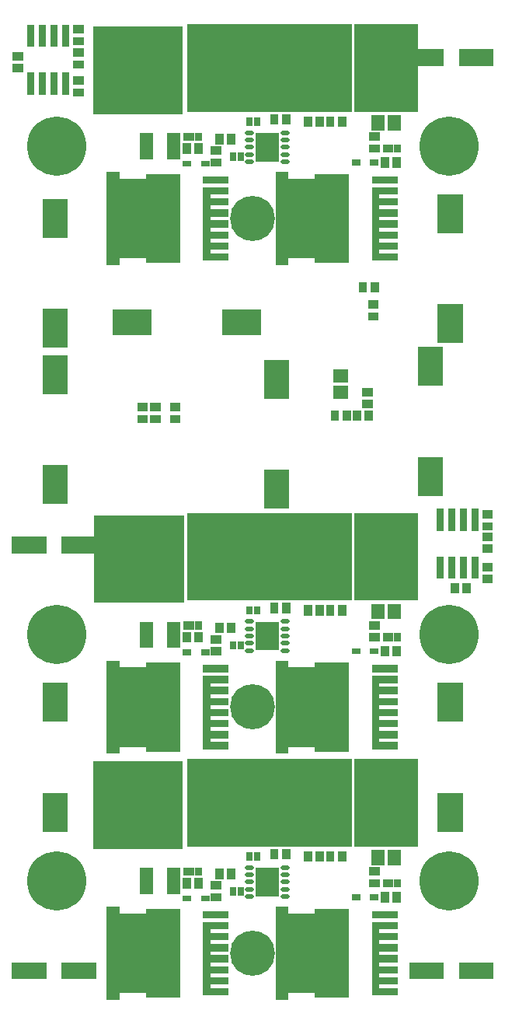
<source format=gbr>
G04 start of page 9 for group -4062 idx -4062 *
G04 Title: fet12, soldermask *
G04 Creator: pcb 20140316 *
G04 CreationDate: Thu 12 Apr 2018 01:23:09 AM GMT UTC *
G04 For: brian *
G04 Format: Gerber/RS-274X *
G04 PCB-Dimensions (mil): 6000.00 5000.00 *
G04 PCB-Coordinate-Origin: lower left *
%MOIN*%
%FSLAX25Y25*%
%LNBOTTOMMASK*%
%ADD186R,0.2760X0.2760*%
%ADD185C,0.0001*%
%ADD184R,0.1024X0.1024*%
%ADD183C,0.0209*%
%ADD182R,0.0257X0.0257*%
%ADD181R,0.3760X0.3760*%
%ADD180R,0.0728X0.0728*%
%ADD179R,0.0300X0.0300*%
%ADD178R,0.0240X0.0240*%
%ADD177R,0.0295X0.0295*%
%ADD176R,0.0354X0.0354*%
%ADD175R,0.0572X0.0572*%
%ADD174R,0.1457X0.1457*%
%ADD173R,0.1142X0.1142*%
%ADD172R,0.0551X0.0551*%
%ADD171R,0.0276X0.0276*%
%ADD170R,0.0315X0.0315*%
%ADD169R,0.0100X0.0100*%
%ADD168R,0.0355X0.0355*%
%ADD167C,0.0394*%
%ADD166R,0.1074X0.1074*%
%ADD165C,0.1930*%
%ADD164C,0.2540*%
%ADD163C,0.0010*%
G54D163*X228095Y175173D03*
Y170449D03*
Y165724D03*
X232819Y175173D03*
Y170449D03*
Y165724D03*
X237544Y175173D03*
Y170449D03*
Y165724D03*
X242268Y175173D03*
Y170449D03*
Y165724D03*
Y161000D03*
X246992D03*
X242268Y156276D03*
X246992D03*
Y175173D03*
Y170449D03*
Y165724D03*
X228095Y161000D03*
X232819D03*
X237544D03*
X228095Y156276D03*
X232819D03*
X237544D03*
X228095Y151551D03*
X232819D03*
X237544D03*
X228095Y146827D03*
X232819D03*
X237544D03*
X242268Y151551D03*
X246992D03*
X242268Y146827D03*
X246992D03*
X228095Y208327D03*
Y213051D03*
Y217776D03*
Y222500D03*
X232819Y208327D03*
X237544D03*
X242268D03*
G54D164*X201000Y192000D03*
G54D163*X232819Y213051D03*
Y217776D03*
Y222500D03*
X237544Y213051D03*
Y217776D03*
Y222500D03*
X242268Y213051D03*
Y217776D03*
Y222500D03*
X246992Y208327D03*
Y213051D03*
Y217776D03*
Y222500D03*
X228095Y227224D03*
X232819D03*
X237544D03*
X228095Y231949D03*
X232819D03*
X237544D03*
X228095Y236673D03*
X232819D03*
X237544D03*
X242268Y227224D03*
X246992D03*
X242268Y231949D03*
X246992D03*
X242268Y236673D03*
X246992D03*
X300595Y208327D03*
Y213051D03*
Y217776D03*
Y222500D03*
Y227224D03*
Y231949D03*
X305319Y213051D03*
X310044D03*
X314768D03*
X319492D03*
Y217776D03*
Y222500D03*
Y227224D03*
Y231949D03*
Y236673D03*
X300595D03*
X305319D03*
X310044D03*
X305319Y217776D03*
X310044D03*
Y222500D03*
Y227224D03*
Y231949D03*
X305319Y222500D03*
Y227224D03*
Y231949D03*
X314768Y217776D03*
Y222500D03*
Y227224D03*
Y231949D03*
Y236673D03*
G54D165*X285000Y222500D03*
G54D163*X300595Y175173D03*
X305319D03*
X310044D03*
X314768D03*
X300595Y170449D03*
X305319D03*
X310044D03*
X314768D03*
X300595Y165724D03*
X305319D03*
X310044D03*
X314768D03*
X319492Y175173D03*
Y170449D03*
Y165724D03*
X300595Y161000D03*
X305319D03*
X310044D03*
X314768D03*
G54D165*X285000D03*
G54D163*X300595Y156276D03*
X305319D03*
X310044D03*
X314768D03*
X300595Y151551D03*
Y146827D03*
X305319Y151551D03*
Y146827D03*
X310044Y151551D03*
Y146827D03*
X314768Y151551D03*
Y146827D03*
X319492Y161000D03*
Y156276D03*
Y151551D03*
Y146827D03*
X305319Y208327D03*
X310044D03*
X314768D03*
X319492D03*
X317500Y192500D03*
X320453Y195453D03*
Y189547D03*
X314547Y195453D03*
Y189547D03*
X291500Y191500D03*
X294453Y188547D03*
Y194453D03*
X288547D03*
Y188547D03*
G54D164*X369500Y192000D03*
G54D163*X228095Y50776D03*
X232819D03*
X237544D03*
X228095Y46051D03*
X232819D03*
X237544D03*
X228095Y41327D03*
X232819D03*
X237544D03*
X242268Y50776D03*
X246992D03*
X242268Y46051D03*
X246992D03*
X242268Y41327D03*
X246992D03*
X228095Y69673D03*
Y64949D03*
Y60224D03*
Y55500D03*
X232819Y69673D03*
X237544D03*
X242268D03*
G54D164*X201000Y86500D03*
G54D163*X232819Y64949D03*
Y60224D03*
Y55500D03*
X237544Y64949D03*
Y60224D03*
Y55500D03*
X242268Y64949D03*
Y60224D03*
Y55500D03*
X246992Y69673D03*
Y64949D03*
Y60224D03*
Y55500D03*
X228095Y102827D03*
Y107551D03*
Y112276D03*
X232819Y102827D03*
Y107551D03*
Y112276D03*
X237544Y102827D03*
Y107551D03*
Y112276D03*
X242268Y102827D03*
Y107551D03*
Y112276D03*
Y117000D03*
X246992D03*
X242268Y121724D03*
X246992D03*
Y102827D03*
Y107551D03*
Y112276D03*
X228095Y117000D03*
X232819D03*
X237544D03*
X228095Y121724D03*
X232819D03*
X237544D03*
X228095Y126449D03*
X232819D03*
X237544D03*
X228095Y131173D03*
X232819D03*
X237544D03*
X242268Y126449D03*
X246992D03*
X242268Y131173D03*
X246992D03*
X300595Y102827D03*
Y107551D03*
Y112276D03*
G54D165*X285000Y117000D03*
G54D163*X305319Y102827D03*
Y107551D03*
Y112276D03*
X310044Y102827D03*
Y107551D03*
Y112276D03*
X314768Y102827D03*
Y107551D03*
Y112276D03*
Y117000D03*
X319492D03*
X314768Y121724D03*
X319492D03*
Y102827D03*
Y107551D03*
Y112276D03*
X300595Y117000D03*
X305319D03*
X310044D03*
X300595Y121724D03*
X305319D03*
X310044D03*
X300595Y126449D03*
X305319D03*
X310044D03*
X300595Y131173D03*
X305319D03*
X310044D03*
X314768Y126449D03*
X319492D03*
X314768Y131173D03*
X319492D03*
X300595Y50776D03*
X305319D03*
X310044D03*
X300595Y46051D03*
X305319D03*
X310044D03*
X300595Y41327D03*
X305319D03*
X310044D03*
X314768Y50776D03*
X319492D03*
X314768Y46051D03*
X319492D03*
X314768Y41327D03*
X319492D03*
X300595Y69673D03*
Y64949D03*
Y60224D03*
Y55500D03*
X305319Y69673D03*
X310044D03*
X314768D03*
X305319Y64949D03*
Y60224D03*
Y55500D03*
G54D165*X285000D03*
G54D163*X310044Y64949D03*
Y60224D03*
Y55500D03*
X314768Y64949D03*
Y60224D03*
Y55500D03*
X319492Y69673D03*
Y64949D03*
Y60224D03*
Y55500D03*
X317500Y87000D03*
X320453Y89953D03*
Y84047D03*
X314547Y89953D03*
Y84047D03*
G54D164*X369500Y86500D03*
G54D163*X291500Y86000D03*
X294453Y83047D03*
Y88953D03*
X288547Y83047D03*
Y88953D03*
X228095Y436724D03*
X232819D03*
X237544D03*
X228095Y441449D03*
X232819D03*
X237544D03*
X228095Y446173D03*
X232819D03*
X237544D03*
X242268Y436724D03*
X246992D03*
X242268Y441449D03*
X246992D03*
X242268Y446173D03*
X246992D03*
X300595Y417827D03*
Y422551D03*
Y427276D03*
Y432000D03*
Y436724D03*
Y441449D03*
X305319Y422551D03*
X310044D03*
X314768D03*
X319492D03*
Y427276D03*
Y432000D03*
Y436724D03*
Y441449D03*
Y446173D03*
X300595D03*
X305319D03*
X310044D03*
X305319Y427276D03*
X310044D03*
Y432000D03*
Y436724D03*
Y441449D03*
X305319Y432000D03*
Y436724D03*
Y441449D03*
X314768Y427276D03*
Y432000D03*
Y436724D03*
Y441449D03*
Y446173D03*
G54D165*X285000Y432000D03*
G54D163*X228095Y384673D03*
Y379949D03*
Y375224D03*
X232819Y384673D03*
X237544D03*
X242268D03*
X232819Y379949D03*
X237544D03*
X242268D03*
X246992Y384673D03*
Y379949D03*
Y375224D03*
Y370500D03*
Y365776D03*
X228095Y370500D03*
Y365776D03*
Y361051D03*
Y356327D03*
X232819Y375224D03*
X237544D03*
Y370500D03*
Y365776D03*
Y361051D03*
Y356327D03*
X232819Y370500D03*
Y365776D03*
Y361051D03*
Y356327D03*
X242268Y375224D03*
Y370500D03*
Y365776D03*
Y361051D03*
Y356327D03*
X246992D03*
Y361051D03*
X228095Y417827D03*
Y422551D03*
Y427276D03*
Y432000D03*
X232819Y417827D03*
X237544D03*
X242268D03*
G54D164*X201000Y401500D03*
G54D163*X232819Y422551D03*
Y427276D03*
Y432000D03*
X237544Y422551D03*
Y427276D03*
Y432000D03*
X242268Y422551D03*
Y427276D03*
Y432000D03*
X246992Y417827D03*
Y422551D03*
Y427276D03*
Y432000D03*
X300595Y384673D03*
X305319D03*
X310044D03*
X314768D03*
X300595Y379949D03*
X305319D03*
X310044D03*
X314768D03*
X300595Y375224D03*
X305319D03*
X310044D03*
X314768D03*
X319492Y384673D03*
Y379949D03*
Y375224D03*
X300595Y370500D03*
X305319D03*
X310044D03*
X314768D03*
G54D165*X285000D03*
G54D163*X300595Y365776D03*
X305319D03*
X310044D03*
X314768D03*
X300595Y361051D03*
Y356327D03*
X305319Y361051D03*
Y356327D03*
X310044Y361051D03*
Y356327D03*
X314768Y361051D03*
Y356327D03*
X319492Y370500D03*
Y365776D03*
Y361051D03*
Y356327D03*
X305319Y417827D03*
X310044D03*
X314768D03*
X319492D03*
X317500Y402000D03*
X320453Y404953D03*
Y399047D03*
X314547Y404953D03*
Y399047D03*
X291500Y401000D03*
X294453Y398047D03*
Y403953D03*
X288547D03*
Y398047D03*
G54D164*X369500Y401500D03*
G54D166*X200500Y306575D02*Y300669D01*
G54D167*X225732Y372862D03*
Y368138D03*
Y363413D03*
Y358689D03*
Y353965D03*
G54D166*X200500Y373575D02*Y367669D01*
Y326331D02*Y320425D01*
X230425Y326000D02*X236331D01*
G54D168*X243008Y284441D02*X243992D01*
X243008Y289559D02*X243992D01*
X251508D02*X252492D01*
X251508Y284441D02*X252492D01*
X237508D02*X238492D01*
X237508Y289559D02*X238492D01*
G54D167*X249354Y372862D03*
Y368138D03*
Y363413D03*
Y358689D03*
Y353965D03*
X244630Y372862D03*
X239906D03*
X244630Y368138D03*
X239906D03*
X244630Y363413D03*
X239906D03*
Y358689D03*
X244630D03*
Y353965D03*
G54D169*X265417Y387748D02*X273291D01*
G54D170*X265417Y387035D02*X273291D01*
G54D171*X265614D02*X273094D01*
G54D169*X265417Y381598D02*X273291D01*
G54D170*X265417Y382311D02*X273291D01*
G54D171*X265614D02*X273094D01*
G54D170*X265417Y377587D02*X273291D01*
G54D171*X265614D02*X273094D01*
G54D170*X265417Y372862D02*X273291D01*
G54D171*X265614D02*X273094D01*
G54D170*X265417Y381598D02*Y353965D01*
Y368138D02*X273291D01*
G54D171*X265614D02*X273094D01*
G54D170*X265417Y363413D02*X273291D01*
G54D171*X265614D02*X273094D01*
G54D170*X265417Y358689D02*X273291D01*
G54D171*X265614D02*X273094D01*
G54D170*X265417Y353965D02*X273291D01*
G54D171*X265614D02*X273094D01*
G54D172*X225260Y387626D02*Y353374D01*
G54D167*X225732Y387035D03*
Y382311D03*
Y377587D03*
G54D173*X233724Y381917D02*Y359083D01*
G54D167*X235181Y372862D03*
Y368138D03*
X230457Y372862D03*
Y368138D03*
X235181Y363413D03*
Y358689D03*
Y382311D03*
Y377587D03*
X230457Y382311D03*
Y377587D03*
Y363413D03*
Y358689D03*
G54D174*X246717Y382311D02*Y358689D01*
G54D167*X244630Y377587D03*
X239906Y382311D03*
Y377587D03*
X249354Y387035D03*
Y382311D03*
Y377587D03*
X244630Y387035D03*
Y382311D03*
G54D175*X239595Y404255D02*Y398745D01*
X251405Y404255D02*Y398745D01*
G54D168*X256941Y400992D02*Y400008D01*
G54D176*X257335Y405500D02*X258319D01*
X257335D02*X258319D01*
G54D177*X261961Y405795D02*Y405205D01*
Y405795D02*Y405205D01*
G54D178*X256478Y394000D02*X257687D01*
X264313D02*X265522D01*
G54D168*X262059Y400992D02*Y400008D01*
X184008Y440059D02*X184992D01*
G54D179*X190000Y452000D02*Y445500D01*
X195000Y452000D02*Y445500D01*
G54D168*X184008Y434941D02*X184992D01*
X210008Y451559D02*X210992D01*
X210008Y446441D02*X210992D01*
X210008Y441559D02*X210992D01*
G54D179*X205000Y452000D02*Y445500D01*
G54D168*X210008Y436441D02*X210992D01*
X210008Y424441D02*X210992D01*
X210008Y429559D02*X210992D01*
G54D179*X205000Y431500D02*Y425000D01*
X200000Y431500D02*Y425000D01*
Y452000D02*Y445500D01*
X195000Y431500D02*Y425000D01*
X190000Y431500D02*Y425000D01*
G54D166*X200500Y259331D02*Y253425D01*
G54D180*X206890Y230500D02*X214370D01*
X185630D02*X193110D01*
G54D181*X236000Y224500D02*X237000D01*
G54D175*X239595Y194755D02*Y189245D01*
X251405Y194755D02*Y189245D01*
G54D178*X256478Y184500D02*X257687D01*
G54D168*X256941Y191492D02*Y190508D01*
G54D178*X264313Y184500D02*X265522D01*
G54D168*X262059Y191492D02*Y190508D01*
G54D176*X257335Y196000D02*X258319D01*
X257335D02*X258319D01*
G54D177*X261961Y196295D02*Y195705D01*
Y196295D02*Y195705D01*
G54D169*X265417Y178248D02*X273291D01*
G54D170*X265417Y177535D02*X273291D01*
G54D171*X265614D02*X273094D01*
G54D169*X265417Y172098D02*X273291D01*
G54D170*X265417Y172811D02*X273291D01*
G54D171*X265614D02*X273094D01*
G54D170*X265417Y168087D02*X273291D01*
G54D171*X265614D02*X273094D01*
G54D170*X265417Y163362D02*X273291D01*
G54D171*X265614D02*X273094D01*
G54D170*X265417Y158638D02*X273291D01*
G54D171*X265614D02*X273094D01*
G54D170*X265417Y153913D02*X273291D01*
G54D171*X265614D02*X273094D01*
G54D170*X265417Y149189D02*X273291D01*
G54D171*X265614D02*X273094D01*
G54D170*X265417Y144465D02*X273291D01*
G54D171*X265614D02*X273094D01*
G54D170*X265417Y172098D02*Y144465D01*
G54D172*X225260Y178126D02*Y143874D01*
G54D167*X225732Y177535D03*
Y172811D03*
Y168087D03*
Y163362D03*
G54D173*X233724Y172417D02*Y149583D01*
G54D167*X235181Y163362D03*
Y158638D03*
X230457Y163362D03*
Y158638D03*
X235181Y172811D03*
Y168087D03*
X230457Y172811D03*
Y168087D03*
X225732Y158638D03*
Y153913D03*
G54D174*X246717Y172811D02*Y149189D01*
G54D167*X249354Y163362D03*
X244630D03*
X239906Y158638D03*
Y153913D03*
Y149189D03*
X249354Y177535D03*
Y172811D03*
Y168087D03*
X244630Y177535D03*
Y172811D03*
Y168087D03*
X239906Y172811D03*
X249354Y158638D03*
Y153913D03*
Y149189D03*
Y144465D03*
X244630Y153913D03*
Y149189D03*
Y158638D03*
Y144465D03*
X239906Y168087D03*
Y163362D03*
X235181Y153913D03*
Y149189D03*
X230457Y153913D03*
Y149189D03*
X225732D03*
Y144465D03*
G54D168*X269008Y190059D02*X269992D01*
X270941Y195492D02*Y194508D01*
X269008Y184941D02*X269992D01*
X276059Y195492D02*Y194508D01*
G54D182*X280074Y187893D02*Y187107D01*
X276926Y187893D02*Y187107D01*
X283926Y202893D02*Y202107D01*
X287074Y202893D02*Y202107D01*
G54D183*X282740Y197799D02*X284709D01*
X282740Y194650D02*X284709D01*
X282740Y191500D02*X284709D01*
X282740Y188350D02*X284709D01*
X282740Y185201D02*X284709D01*
G54D168*X269008Y399559D02*X269992D01*
X269008Y394441D02*X269992D01*
X270941Y404992D02*Y404008D01*
X276059Y404992D02*Y404008D01*
G54D182*X280074Y397393D02*Y396607D01*
X276926Y397393D02*Y396607D01*
X283926Y412393D02*Y411607D01*
X287074Y412393D02*Y411607D01*
G54D183*X282740Y407299D02*X284709D01*
X282740Y404150D02*X284709D01*
X282740Y401000D02*X284709D01*
X282740Y397850D02*X284709D01*
X282740Y394701D02*X284709D01*
G54D168*X294441Y413492D02*Y412508D01*
X299559Y413492D02*Y412508D01*
G54D167*X317130Y387035D03*
X298232D03*
G54D184*X291500Y401965D02*Y400035D01*
G54D185*G36*
X292091Y400409D02*Y395882D01*
X296618D01*
Y400409D01*
X292091D01*
G37*
G36*
X286382D02*Y395882D01*
X290909D01*
Y400409D01*
X286382D01*
G37*
G36*
Y406118D02*Y401591D01*
X290909D01*
Y406118D01*
X286382D01*
G37*
G36*
X292091D02*Y401591D01*
X296618D01*
Y406118D01*
X292091D01*
G37*
G54D183*X298291Y407299D02*X300260D01*
X298291Y404150D02*X300260D01*
X298291Y401000D02*X300260D01*
X298291Y397850D02*X300260D01*
X298291Y394701D02*X300260D01*
G54D168*X318441Y412492D02*Y411508D01*
X314059Y412492D02*Y411508D01*
X308941Y412492D02*Y411508D01*
G54D181*X235500Y434000D02*X236500D01*
X276000Y435000D02*X309000D01*
G54D175*X338957Y411893D02*Y411107D01*
X346043Y411893D02*Y411107D01*
G54D186*X342500Y440000D02*Y430000D01*
G54D168*X323559Y412492D02*Y411508D01*
G54D180*X377390Y439500D02*X384870D01*
X356130D02*X363610D01*
G54D166*X295500Y304575D02*Y298669D01*
G54D172*X297760Y387626D02*Y353374D01*
G54D173*X306224Y381917D02*Y359083D01*
G54D174*X319217Y382311D02*Y358689D01*
G54D168*X335059Y286492D02*Y285508D01*
X334008Y296059D02*X334992D01*
X334008Y290941D02*X334992D01*
X320441Y286492D02*Y285508D01*
G54D175*X322607Y295957D02*X323393D01*
G54D168*X325559Y286492D02*Y285508D01*
X329941Y286492D02*Y285508D01*
G54D175*X322607Y303043D02*X323393D01*
G54D168*X332441Y341492D02*Y340508D01*
X337559Y341492D02*Y340508D01*
X336508Y333559D02*X337492D01*
X336508Y328441D02*X337492D01*
G54D166*X277669Y326000D02*X283575D01*
G54D169*X337917Y387748D02*X345791D01*
G54D170*X337917Y387035D02*X345791D01*
G54D171*X338114D02*X345594D01*
G54D169*X337917Y381598D02*X345791D01*
G54D170*X337917Y382311D02*X345791D01*
G54D171*X338114D02*X345594D01*
G54D170*X337917Y377587D02*X345791D01*
G54D171*X338114D02*X345594D01*
G54D170*X337917Y372862D02*X345791D01*
G54D171*X338114D02*X345594D01*
G54D170*X337917Y368138D02*X345791D01*
G54D171*X338114D02*X345594D01*
G54D170*X337917Y358689D02*X345791D01*
G54D171*X338114D02*X345594D01*
G54D170*X337917Y353965D02*X345791D01*
G54D171*X338114D02*X345594D01*
G54D170*X337917Y363413D02*X345791D01*
G54D171*X338114D02*X345594D01*
G54D170*X337917Y381598D02*Y353965D01*
G54D166*X370000Y328331D02*Y322425D01*
X361500Y310075D02*Y304169D01*
Y262831D02*Y256925D01*
X370000Y375575D02*Y369669D01*
G54D167*X321854Y387035D03*
Y382311D03*
X317130D03*
Y377587D03*
X321854D03*
Y372862D03*
Y368138D03*
Y363413D03*
Y358689D03*
Y353965D03*
X317130Y372862D03*
Y368138D03*
Y363413D03*
Y358689D03*
Y353965D03*
G54D176*X342835Y400500D02*X343819D01*
X342835D02*X343819D01*
G54D168*X337008Y400441D02*X337992D01*
G54D178*X336813Y394500D02*X338022D01*
G54D177*X347461Y400795D02*Y400205D01*
Y400795D02*Y400205D01*
G54D168*X347059Y394992D02*Y394008D01*
X341941Y394992D02*Y394008D01*
G54D178*X328978Y394500D02*X330187D01*
G54D168*X337008Y405559D02*X337992D01*
G54D167*X312406Y382311D03*
Y377587D03*
Y372862D03*
Y368138D03*
Y363413D03*
Y358689D03*
X307681Y382311D03*
Y377587D03*
X302957Y382311D03*
Y377587D03*
X298232Y382311D03*
Y377587D03*
X307681Y363413D03*
Y358689D03*
Y372862D03*
Y368138D03*
X302957Y372862D03*
Y368138D03*
X298232Y372862D03*
Y368138D03*
X302957Y363413D03*
X298232D03*
X302957Y358689D03*
X298232D03*
Y353965D03*
G54D166*X295500Y257331D02*Y251425D01*
G54D168*X294441Y203992D02*Y203008D01*
X299559Y203992D02*Y203008D01*
G54D183*X298291Y197799D02*X300260D01*
X298291Y194650D02*X300260D01*
X298291Y191500D02*X300260D01*
X298291Y188350D02*X300260D01*
X298291Y185201D02*X300260D01*
G54D184*X291500Y192465D02*Y190535D01*
G54D185*G36*
X292091Y190909D02*Y186382D01*
X296618D01*
Y190909D01*
X292091D01*
G37*
G36*
Y196618D02*Y192091D01*
X296618D01*
Y196618D01*
X292091D01*
G37*
G36*
X286382Y190909D02*Y186382D01*
X290909D01*
Y190909D01*
X286382D01*
G37*
G36*
Y196618D02*Y192091D01*
X290909D01*
Y196618D01*
X286382D01*
G37*
G54D181*X276000Y225500D02*X309000D01*
G54D168*X314059Y202992D02*Y202008D01*
X308941Y202992D02*Y202008D01*
G54D175*X338957Y202393D02*Y201607D01*
X346043Y202393D02*Y201607D01*
G54D168*X318441Y202992D02*Y202008D01*
X323559Y202992D02*Y202008D01*
G54D176*X342835Y191000D02*X343819D01*
X342835D02*X343819D01*
G54D168*X337008Y196059D02*X337992D01*
X337008Y190941D02*X337992D01*
G54D177*X347461Y191295D02*Y190705D01*
Y191295D02*Y190705D01*
G54D178*X328978Y185000D02*X330187D01*
X336813D02*X338022D01*
G54D168*X347059Y185492D02*Y184508D01*
X341941Y185492D02*Y184508D01*
G54D186*X342500Y230500D02*Y220500D01*
G54D168*X385508Y234059D02*X386492D01*
X385508Y228941D02*X386492D01*
X385508Y243559D02*X386492D01*
X385508Y238441D02*X386492D01*
X377059Y212492D02*Y211508D01*
X371941Y212492D02*Y211508D01*
X385508Y221059D02*X386492D01*
X385508Y215941D02*X386492D01*
G54D179*X380500Y224000D02*Y217500D01*
Y244500D02*Y238000D01*
X375500Y224000D02*Y217500D01*
Y244500D02*Y238000D01*
X370500Y224000D02*Y217500D01*
Y244500D02*Y238000D01*
X365500Y224000D02*Y217500D01*
Y244500D02*Y238000D01*
G54D166*X200500Y166075D02*Y160169D01*
Y118831D02*Y112925D01*
G54D181*X235500Y119000D02*X236500D01*
G54D175*X239595Y89255D02*Y83745D01*
X251405Y89255D02*Y83745D01*
G54D168*X256941Y85992D02*Y85008D01*
G54D176*X257335Y90500D02*X258319D01*
X257335D02*X258319D01*
G54D177*X261961Y90795D02*Y90205D01*
Y90795D02*Y90205D01*
G54D178*X264313Y79000D02*X265522D01*
G54D168*X262059Y85992D02*Y85008D01*
G54D178*X256478Y79000D02*X257687D01*
G54D172*X225260Y72626D02*Y38374D01*
G54D167*X225732Y72035D03*
Y67311D03*
Y62587D03*
Y57862D03*
G54D173*X233724Y66917D02*Y44083D01*
G54D167*X235181Y57862D03*
Y53138D03*
X230457Y57862D03*
Y53138D03*
X235181Y67311D03*
Y62587D03*
X230457Y67311D03*
Y62587D03*
X225732Y53138D03*
Y48413D03*
G54D174*X246717Y67311D02*Y43689D01*
G54D167*X249354Y57862D03*
X244630D03*
X239906Y53138D03*
Y48413D03*
Y43689D03*
X249354Y72035D03*
Y67311D03*
Y62587D03*
X244630Y72035D03*
Y67311D03*
Y62587D03*
X239906Y67311D03*
X249354Y53138D03*
Y48413D03*
Y43689D03*
Y38965D03*
X244630Y48413D03*
Y43689D03*
Y53138D03*
Y38965D03*
X239906Y62587D03*
Y57862D03*
X235181Y48413D03*
Y43689D03*
X230457Y48413D03*
Y43689D03*
X225732D03*
Y38965D03*
G54D180*X206890Y48000D02*X214370D01*
X185630D02*X193110D01*
G54D168*X269008Y84559D02*X269992D01*
X270941Y89992D02*Y89008D01*
X269008Y79441D02*X269992D01*
G54D169*X265417Y72748D02*X273291D01*
G54D170*X265417Y72035D02*X273291D01*
G54D171*X265614D02*X273094D01*
G54D169*X265417Y66598D02*X273291D01*
G54D170*X265417Y67311D02*X273291D01*
G54D171*X265614D02*X273094D01*
G54D170*X265417Y62587D02*X273291D01*
G54D171*X265614D02*X273094D01*
G54D170*X265417Y57862D02*X273291D01*
G54D171*X265614D02*X273094D01*
G54D170*X265417Y53138D02*X273291D01*
G54D171*X265614D02*X273094D01*
G54D170*X265417Y48413D02*X273291D01*
G54D171*X265614D02*X273094D01*
G54D170*X265417Y43689D02*X273291D01*
G54D171*X265614D02*X273094D01*
G54D170*X265417Y38965D02*X273291D01*
G54D171*X265614D02*X273094D01*
G54D170*X265417Y66598D02*Y38965D01*
G54D168*X276059Y89992D02*Y89008D01*
G54D182*X280074Y82393D02*Y81607D01*
X276926Y82393D02*Y81607D01*
X283926Y97393D02*Y96607D01*
X287074Y97393D02*Y96607D01*
G54D184*X291500Y86965D02*Y85035D01*
G54D185*G36*
X292091Y85409D02*Y80882D01*
X296618D01*
Y85409D01*
X292091D01*
G37*
G36*
Y91118D02*Y86591D01*
X296618D01*
Y91118D01*
X292091D01*
G37*
G36*
X286382Y85409D02*Y80882D01*
X290909D01*
Y85409D01*
X286382D01*
G37*
G36*
Y91118D02*Y86591D01*
X290909D01*
Y91118D01*
X286382D01*
G37*
G54D183*X282740Y92299D02*X284709D01*
X282740Y89150D02*X284709D01*
X282740Y86000D02*X284709D01*
X282740Y82850D02*X284709D01*
X282740Y79701D02*X284709D01*
X298291Y92299D02*X300260D01*
X298291Y89150D02*X300260D01*
X298291Y86000D02*X300260D01*
X298291Y82850D02*X300260D01*
X298291Y79701D02*X300260D01*
G54D168*X318441Y97492D02*Y96508D01*
X323559Y97492D02*Y96508D01*
X314059Y97492D02*Y96508D01*
X308941Y97492D02*Y96508D01*
G54D181*X276000Y120000D02*X309000D01*
G54D172*X297760Y72626D02*Y38374D01*
G54D173*X306224Y66917D02*Y44083D01*
G54D174*X319217Y67311D02*Y43689D01*
G54D167*X298232D03*
Y38965D03*
G54D166*X370000Y166075D02*Y160169D01*
Y118831D02*Y112925D01*
G54D169*X337917Y178248D02*X345791D01*
G54D170*X337917Y177535D02*X345791D01*
G54D171*X338114D02*X345594D01*
G54D169*X337917Y172098D02*X345791D01*
G54D170*X337917Y172811D02*X345791D01*
G54D171*X338114D02*X345594D01*
G54D170*X337917Y168087D02*X345791D01*
G54D171*X338114D02*X345594D01*
G54D170*X337917Y163362D02*X345791D01*
G54D171*X338114D02*X345594D01*
G54D170*X337917Y172098D02*Y144465D01*
Y158638D02*X345791D01*
G54D171*X338114D02*X345594D01*
G54D170*X337917Y153913D02*X345791D01*
G54D171*X338114D02*X345594D01*
G54D170*X337917Y149189D02*X345791D01*
G54D171*X338114D02*X345594D01*
G54D170*X337917Y144465D02*X345791D01*
G54D171*X338114D02*X345594D01*
G54D186*X342500Y125000D02*Y115000D01*
G54D172*X297760Y178126D02*Y143874D01*
G54D167*X298232Y177535D03*
Y172811D03*
Y168087D03*
Y163362D03*
G54D173*X306224Y172417D02*Y149583D01*
G54D167*X307681Y163362D03*
Y158638D03*
X302957Y163362D03*
Y158638D03*
X307681Y172811D03*
Y168087D03*
X302957Y172811D03*
Y168087D03*
X298232Y158638D03*
Y153913D03*
X307681D03*
Y149189D03*
X302957Y153913D03*
Y149189D03*
X298232D03*
Y144465D03*
G54D174*X319217Y172811D02*Y149189D01*
G54D167*X321854Y163362D03*
X317130D03*
X312406Y158638D03*
Y153913D03*
Y149189D03*
X321854Y177535D03*
Y172811D03*
Y168087D03*
X317130Y177535D03*
Y172811D03*
Y168087D03*
X312406Y172811D03*
G54D175*X338957Y96893D02*Y96107D01*
X346043Y96893D02*Y96107D01*
G54D168*X337008Y90559D02*X337992D01*
G54D178*X328978Y79500D02*X330187D01*
X336813D02*X338022D01*
G54D168*X337008Y85441D02*X337992D01*
X341941Y79992D02*Y79008D01*
G54D177*X347461Y85795D02*Y85205D01*
Y85795D02*Y85205D01*
G54D168*X347059Y79992D02*Y79008D01*
G54D176*X342835Y85500D02*X343819D01*
X342835D02*X343819D01*
G54D167*X321854Y158638D03*
Y153913D03*
Y149189D03*
Y144465D03*
X317130Y153913D03*
Y149189D03*
Y158638D03*
Y144465D03*
X312406Y168087D03*
Y163362D03*
G54D168*X294441Y98492D02*Y97508D01*
X299559Y98492D02*Y97508D01*
G54D167*X298232Y72035D03*
Y67311D03*
Y62587D03*
Y57862D03*
Y53138D03*
Y48413D03*
G54D170*X337917Y62587D02*X345791D01*
G54D171*X338114D02*X345594D01*
G54D170*X337917Y57862D02*X345791D01*
G54D171*X338114D02*X345594D01*
G54D170*X337917Y66598D02*Y38965D01*
Y53138D02*X345791D01*
G54D171*X338114D02*X345594D01*
G54D170*X337917Y48413D02*X345791D01*
G54D171*X338114D02*X345594D01*
G54D170*X337917Y43689D02*X345791D01*
G54D171*X338114D02*X345594D01*
G54D170*X337917Y38965D02*X345791D01*
G54D171*X338114D02*X345594D01*
G54D180*X377390Y48000D02*X384870D01*
X356130D02*X363610D01*
G54D167*X321854Y72035D03*
Y67311D03*
Y62587D03*
Y57862D03*
X317130Y72035D03*
Y67311D03*
X312406D03*
Y62587D03*
X321854Y53138D03*
Y48413D03*
Y43689D03*
Y38965D03*
X317130Y62587D03*
Y57862D03*
Y53138D03*
Y48413D03*
Y43689D03*
Y38965D03*
X312406Y57862D03*
Y53138D03*
Y48413D03*
Y43689D03*
X307681Y67311D03*
X302957D03*
Y62587D03*
X307681D03*
Y57862D03*
Y53138D03*
Y48413D03*
Y43689D03*
X302957Y57862D03*
Y53138D03*
Y48413D03*
Y43689D03*
G54D169*X337917Y72748D02*X345791D01*
G54D170*X337917Y72035D02*X345791D01*
G54D171*X338114D02*X345594D01*
G54D169*X337917Y66598D02*X345791D01*
G54D170*X337917Y67311D02*X345791D01*
G54D171*X338114D02*X345594D01*
M02*

</source>
